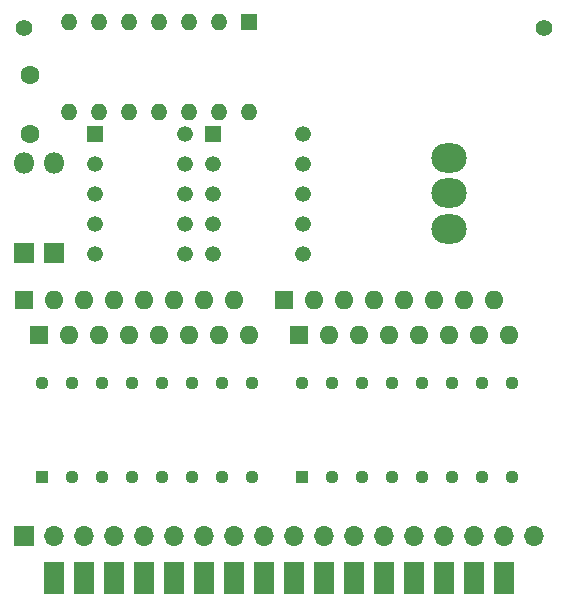
<source format=gbr>
%TF.GenerationSoftware,KiCad,Pcbnew,(5.1.12)-1*%
%TF.CreationDate,2023-06-15T15:48:18+02:00*%
%TF.ProjectId,cs3,6373332e-6b69-4636-9164-5f7063625858,rev?*%
%TF.SameCoordinates,Original*%
%TF.FileFunction,Soldermask,Bot*%
%TF.FilePolarity,Negative*%
%FSLAX46Y46*%
G04 Gerber Fmt 4.6, Leading zero omitted, Abs format (unit mm)*
G04 Created by KiCad (PCBNEW (5.1.12)-1) date 2023-06-15 15:48:18*
%MOMM*%
%LPD*%
G01*
G04 APERTURE LIST*
%ADD10C,1.400000*%
%ADD11R,1.700000X2.800000*%
%ADD12R,1.700000X1.700000*%
%ADD13O,1.700000X1.700000*%
%ADD14C,1.130000*%
%ADD15R,1.130000X1.130000*%
%ADD16O,1.600000X1.600000*%
%ADD17R,1.600000X1.600000*%
%ADD18R,1.800000X1.800000*%
%ADD19O,1.800000X1.800000*%
%ADD20C,1.600000*%
%ADD21C,1.337000*%
%ADD22R,1.337000X1.337000*%
%ADD23R,1.400000X1.400000*%
%ADD24O,1.400000X1.400000*%
%ADD25O,3.000000X2.500000*%
G04 APERTURE END LIST*
D10*
%TO.C,REF\u002A\u002A*%
X160000000Y-76000000D03*
%TD*%
%TO.C,REF\u002A\u002A*%
X116000000Y-76000000D03*
%TD*%
D11*
%TO.C,J6*%
X118500000Y-122550000D03*
X121040000Y-122550000D03*
X123580000Y-122550000D03*
X126120000Y-122550000D03*
X128660000Y-122550000D03*
X131200000Y-122550000D03*
X133740000Y-122550000D03*
X136280000Y-122550000D03*
X138820000Y-122550000D03*
X141360000Y-122550000D03*
X143900000Y-122550000D03*
X146440000Y-122550000D03*
X148980000Y-122550000D03*
X151520000Y-122550000D03*
X154060000Y-122550000D03*
X156600000Y-122550000D03*
%TD*%
D12*
%TO.C,J5*%
X116000000Y-119000000D03*
D13*
X118540000Y-119000000D03*
X121080000Y-119000000D03*
X123620000Y-119000000D03*
X126160000Y-119000000D03*
X128700000Y-119000000D03*
X131240000Y-119000000D03*
X133780000Y-119000000D03*
X136320000Y-119000000D03*
X138860000Y-119000000D03*
X141400000Y-119000000D03*
X143940000Y-119000000D03*
X146480000Y-119000000D03*
X149020000Y-119000000D03*
X151560000Y-119000000D03*
X154100000Y-119000000D03*
X156640000Y-119000000D03*
X159180000Y-119000000D03*
%TD*%
D14*
%TO.C,U5*%
X139500000Y-106030000D03*
X142040000Y-106030000D03*
X144580000Y-106030000D03*
X147120000Y-106030000D03*
X149660000Y-106030000D03*
X152200000Y-106030000D03*
X154740000Y-106030000D03*
X157280000Y-106030000D03*
X157280000Y-113970000D03*
X154740000Y-113970000D03*
X152200000Y-113970000D03*
X149660000Y-113970000D03*
X147120000Y-113970000D03*
X144580000Y-113970000D03*
X142040000Y-113970000D03*
D15*
X139500000Y-113970000D03*
%TD*%
%TO.C,U4*%
X117500000Y-113970000D03*
D14*
X120040000Y-113970000D03*
X122580000Y-113970000D03*
X125120000Y-113970000D03*
X127660000Y-113970000D03*
X130200000Y-113970000D03*
X132740000Y-113970000D03*
X135280000Y-113970000D03*
X135280000Y-106030000D03*
X132740000Y-106030000D03*
X130200000Y-106030000D03*
X127660000Y-106030000D03*
X125120000Y-106030000D03*
X122580000Y-106030000D03*
X120040000Y-106030000D03*
X117500000Y-106030000D03*
%TD*%
D16*
%TO.C,RN4*%
X157030000Y-102000000D03*
X154490000Y-102000000D03*
X151950000Y-102000000D03*
X149410000Y-102000000D03*
X146870000Y-102000000D03*
X144330000Y-102000000D03*
X141790000Y-102000000D03*
D17*
X139250000Y-102000000D03*
%TD*%
D16*
%TO.C,RN2*%
X135030000Y-102000000D03*
X132490000Y-102000000D03*
X129950000Y-102000000D03*
X127410000Y-102000000D03*
X124870000Y-102000000D03*
X122330000Y-102000000D03*
X119790000Y-102000000D03*
D17*
X117250000Y-102000000D03*
%TD*%
%TO.C,RN3*%
X138000000Y-99000000D03*
D16*
X140540000Y-99000000D03*
X143080000Y-99000000D03*
X145620000Y-99000000D03*
X148160000Y-99000000D03*
X150700000Y-99000000D03*
X153240000Y-99000000D03*
X155780000Y-99000000D03*
%TD*%
D17*
%TO.C,RN1*%
X116000000Y-99000000D03*
D16*
X118540000Y-99000000D03*
X121080000Y-99000000D03*
X123620000Y-99000000D03*
X126160000Y-99000000D03*
X128700000Y-99000000D03*
X131240000Y-99000000D03*
X133780000Y-99000000D03*
%TD*%
D18*
%TO.C,D2*%
X118500000Y-95000000D03*
D19*
X118500000Y-87380000D03*
%TD*%
%TO.C,D1*%
X116000000Y-87380000D03*
D18*
X116000000Y-95000000D03*
%TD*%
D20*
%TO.C,C3*%
X116500000Y-80000000D03*
X116500000Y-85000000D03*
%TD*%
D21*
%TO.C,DS2*%
X139620000Y-85000000D03*
X139620000Y-87540000D03*
X139620000Y-90080000D03*
X139620000Y-92620000D03*
X139620000Y-95160000D03*
X132000000Y-95160000D03*
X132000000Y-92620000D03*
X132000000Y-90080000D03*
X132000000Y-87540000D03*
D22*
X132000000Y-85000000D03*
%TD*%
%TO.C,DS1*%
X122000000Y-85000000D03*
D21*
X122000000Y-87540000D03*
X122000000Y-90080000D03*
X122000000Y-92620000D03*
X122000000Y-95160000D03*
X129620000Y-95160000D03*
X129620000Y-92620000D03*
X129620000Y-90080000D03*
X129620000Y-87540000D03*
X129620000Y-85000000D03*
%TD*%
D23*
%TO.C,U3*%
X135000000Y-75500000D03*
D24*
X119760000Y-83120000D03*
X132460000Y-75500000D03*
X122300000Y-83120000D03*
X129920000Y-75500000D03*
X124840000Y-83120000D03*
X127380000Y-75500000D03*
X127380000Y-83120000D03*
X124840000Y-75500000D03*
X129920000Y-83120000D03*
X122300000Y-75500000D03*
X132460000Y-83120000D03*
X119760000Y-75500000D03*
X135000000Y-83120000D03*
%TD*%
D25*
%TO.C,SW1*%
X152000000Y-87000000D03*
X152000000Y-90000000D03*
X152000000Y-93000000D03*
%TD*%
M02*

</source>
